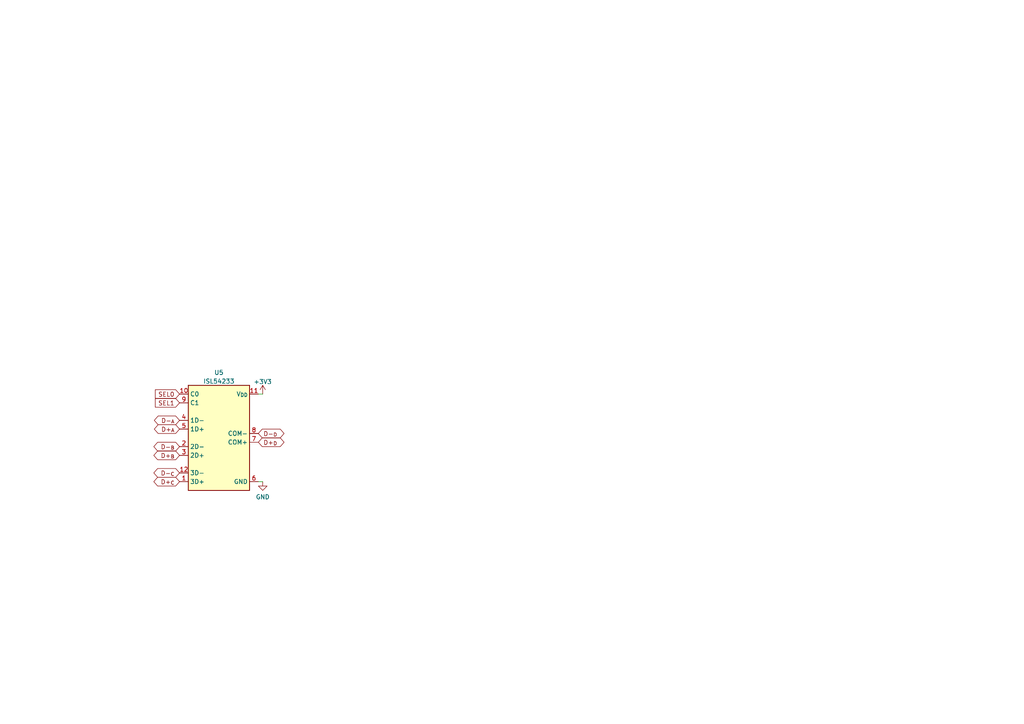
<source format=kicad_sch>
(kicad_sch (version 20211123) (generator eeschema)
  (paper "A4")
  (lib_symbols
    (symbol "phq_IC:ISL54233"
      (property "Reference" "U" (at 0 16.51 0))
      (property "Value" "ISL54233" (at 0 -16.51 0))
      (symbol "ISL54233_0_1"
        (rectangle (start -8.89 15.24) (end 8.89 -15.24) (stroke (width 0.254)) (fill (type background)))
      )
      (symbol "ISL54233_1_1"
        (pin bidirectional line (at 11.43 -12.7 180) (length 2.54) (name "3D+") (number "1"))
        (pin input line (at 11.43 12.7 180) (length 2.54) (name "C0") (number "10"))
        (pin power_in line (at -11.43 12.7 0) (length 2.54) (name "V_{DD}") (number "11"))
        (pin bidirectional line (at 11.43 -10.16 180) (length 2.54) (name "3D-") (number "12"))
        (pin bidirectional line (at 11.43 -2.54 180) (length 2.54) (name "2D-") (number "2"))
        (pin bidirectional line (at 11.43 -5.08 180) (length 2.54) (name "2D+") (number "3"))
        (pin bidirectional line (at 11.43 5.08 180) (length 2.54) (name "1D-") (number "4"))
        (pin bidirectional line (at 11.43 2.54 180) (length 2.54) (name "1D+") (number "5"))
        (pin power_in line (at -11.43 -12.7 0) (length 2.54) (name "GND") (number "6"))
        (pin bidirectional line (at -11.43 -1.27 0) (length 2.54) (name "COM+") (number "7"))
        (pin bidirectional line (at -11.43 1.27 0) (length 2.54) (name "COM-") (number "8"))
        (pin input line (at 11.43 10.16 180) (length 2.54) (name "C1") (number "9"))
        (pin power_in line (at -11.43 -12.7 0) (length 2.54) hide (name "EP") (number "EP"))
      )
    )
    (symbol "power:+3V3" (power) (pin_names (offset 0))
      (property "Value" "+3V3" (at 0 3.556 0))
      (symbol "+3V3_0_1"
        (polyline (pts (xy -0.762 1.27) (xy 0 2.54)))
        (polyline (pts (xy 0 0) (xy 0 2.54)))
        (polyline (pts (xy 0 2.54) (xy 0.762 1.27)))
      )
      (symbol "+3V3_1_1"
        (pin power_in line (at 0 0 90) (length 0) hide (name "+3V3") (number "1"))
      )
    )
    (symbol "power:GND" (power) (pin_names (offset 0))
      (property "Value" "GND" (at 0 -3.81 0))
      (symbol "GND_0_1"
        (polyline (pts (xy 0 0) (xy 0 -1.27) (xy 1.27 -1.27) (xy 0 -2.54) (xy -1.27 -1.27) (xy 0 -1.27)))
      )
      (symbol "GND_1_1"
        (pin power_in line (at 0 0 270) (length 0) hide (name "GND") (number "1"))
      )
    )
  )
  (wire (pts (xy 74.93 139.7) (xy 76.2 139.7)))
  (wire (pts (xy 74.93 114.3) (xy 76.2 114.3)))
  (global_label "D-_{C}" (shape bidirectional) (at 52.07 137.16 180) (property "Intersheet References" "${INTERSHEET_REFS}" (effects hide)))
  (global_label "SEL0" (shape input) (at 52.07 114.3 180) (property "Intersheet References" "${INTERSHEET_REFS}" (effects hide)))
  (global_label "D-_{A}" (shape bidirectional) (at 52.07 121.92 180) (property "Intersheet References" "${INTERSHEET_REFS}" (effects hide)))
  (global_label "D+_{C}" (shape bidirectional) (at 52.07 139.7 180) (property "Intersheet References" "${INTERSHEET_REFS}" (effects hide)))
  (global_label "D+_{B}" (shape bidirectional) (at 52.07 132.08 180) (property "Intersheet References" "${INTERSHEET_REFS}" (effects hide)))
  (global_label "D+_{A}" (shape bidirectional) (at 52.07 124.46 180) (property "Intersheet References" "${INTERSHEET_REFS}" (effects hide)))
  (global_label "D-_{B}" (shape bidirectional) (at 52.07 129.54 180) (property "Intersheet References" "${INTERSHEET_REFS}" (effects hide)))
  (global_label "D+_{D}" (shape bidirectional) (at 74.93 128.27 0) (property "Intersheet References" "${INTERSHEET_REFS}" (effects hide)))
  (global_label "SEL1" (shape input) (at 52.07 116.84 180) (property "Intersheet References" "${INTERSHEET_REFS}" (effects hide)))
  (global_label "D-_{D}" (shape bidirectional) (at 74.93 125.73 0) (property "Intersheet References" "${INTERSHEET_REFS}" (effects hide)))
  (symbol (lib_id "power:+3V3") (at 76.2 114.3 0) (unit 1)
    (property "Reference" "#PWR052" (effects hide))
    (property "Value" "+3V3" (at 76.2 110.7242 0))
  )
  (symbol (lib_id "power:GND") (at 76.2 139.7 0) (unit 1)
    (property "Reference" "#PWR053" (effects hide))
    (property "Value" "GND" (at 76.2 144.1434 0))
  )
  (symbol (lib_id "phq_IC:ISL54233") (at 63.5 127 0) (mirror y) (unit 1)
    (property "Reference" "U5" (at 63.5 108.0602 0))
    (property "Value" "ISL54233" (at 63.5 110.5971 0))
    (property "Datasheet" "https://www.renesas.com/us/en/document/dst/isl54233-datasheet" (effects hide))
  )
)
</source>
